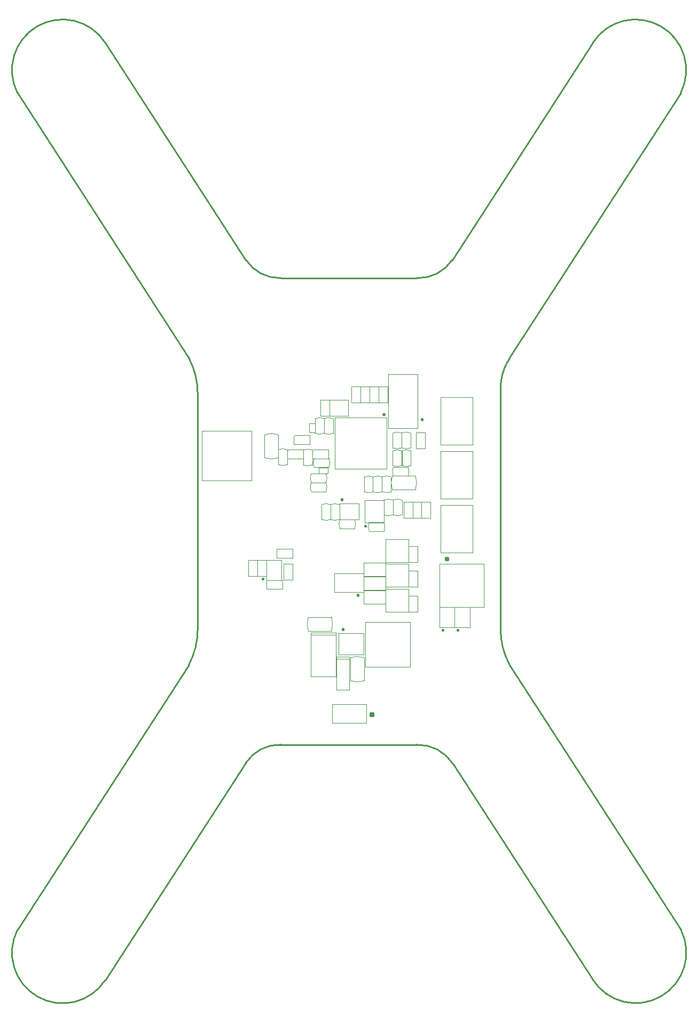
<source format=gto>
G04 Layer_Color=65535*
%FSLAX44Y44*%
%MOMM*%
G71*
G01*
G75*
%ADD41C,0.3000*%
%ADD43C,0.2540*%
%ADD69C,0.1000*%
%ADD70C,0.4000*%
D41*
X1025000Y1567500D02*
Y1566334D01*
X1023834D01*
Y1567500D01*
X1025000D01*
X1159250Y1511000D02*
X1158084D01*
Y1512166D01*
X1159250D01*
Y1511000D01*
X1183250D02*
X1182084D01*
Y1512166D01*
X1183250D01*
Y1511000D01*
X1064750Y1854000D02*
X1065916D01*
Y1852834D01*
X1064750D01*
Y1854000D01*
X1126750Y1845000D02*
X1125584D01*
Y1846166D01*
X1126750D01*
Y1845000D01*
X874000Y1592000D02*
X872834D01*
Y1593166D01*
X874000D01*
Y1592000D01*
X999250Y1718000D02*
X998084D01*
Y1719166D01*
X999250D01*
Y1718000D01*
X1037000Y1676000D02*
X1035834D01*
Y1677166D01*
X1037000D01*
Y1676000D01*
X1000000Y1512000D02*
Y1513166D01*
X1001166D01*
Y1512000D01*
X1000000D01*
D43*
X1397000Y956750D02*
G03*
X1536000Y1036750I67341J43750D01*
G01*
X1174358Y1300137D02*
G03*
X1117036Y1329989I-55160J-35956D01*
G01*
X1250250Y1513011D02*
G03*
X1264360Y1456924I118485J-12D01*
G01*
X484266Y1036525D02*
G03*
X623266Y956525I71658J-36250D01*
G01*
X901797Y1330073D02*
G03*
X846366Y1301205I-2091J-63639D01*
G01*
X755906Y1456698D02*
G03*
X770016Y1512786I-104375J56076D01*
G01*
X1535750Y2363500D02*
G03*
X1396750Y2443500I-71658J36250D01*
G01*
X1118000Y2070000D02*
G03*
X1173721Y2099019I2102J63971D01*
G01*
X1260856Y1936902D02*
G03*
X1250250Y1894741I78458J-42152D01*
G01*
X770000Y1887238D02*
G03*
X755890Y1943326I-118485J12D01*
G01*
X846279Y2099019D02*
G03*
X902000Y2070000I53619J34952D01*
G01*
X623250Y2443500D02*
G03*
X484250Y2363500I-67341J-43750D01*
G01*
X1260636Y1937022D02*
X1265101Y1945332D01*
X899707Y1330025D02*
X1117036D01*
X1250250Y1513011D02*
Y1894750D01*
X770016Y1513250D02*
Y1887238D01*
X770000Y1513250D02*
X770016D01*
X770000Y1887238D02*
X770016D01*
X902000Y2070000D02*
X1118000D01*
X1174741Y1300131D02*
X1397000Y956750D01*
X1265351Y1454918D02*
X1536000Y1036750D01*
X1264293Y1456887D02*
X1265351Y1454918D01*
X623266Y956525D02*
X846254Y1301032D01*
X484266Y1036525D02*
X754915Y1454692D01*
X755973Y1456661D01*
X1173762Y2098992D02*
X1396750Y2443500D01*
X1265101Y1945332D02*
X1535750Y2363500D01*
X754899Y1945332D02*
X755957Y1943363D01*
X484250Y2363500D02*
X754899Y1945332D01*
X623250Y2443500D02*
X846238Y2098992D01*
D69*
X1048000Y1754500D02*
G03*
X1033750Y1754500I-7125J-16166D01*
G01*
Y1731000D02*
G03*
X1048000Y1731000I7125J16166D01*
G01*
X970750Y1823750D02*
G03*
X985000Y1823750I7125J16166D01*
G01*
Y1847250D02*
G03*
X970750Y1847250I-7125J-16166D01*
G01*
X956500Y1823750D02*
G03*
X970750Y1823750I7125J16166D01*
G01*
Y1847250D02*
G03*
X956500Y1847250I-7125J-16166D01*
G01*
X978250Y1769750D02*
G03*
X978250Y1784000I-16166J7125D01*
G01*
X954750D02*
G03*
X954750Y1769750I16166J-7125D01*
G01*
X973500Y1731500D02*
G03*
X973500Y1745750I-16166J7125D01*
G01*
X950000D02*
G03*
X950000Y1731500I16166J-7125D01*
G01*
X973500Y1745750D02*
G03*
X973500Y1760000I-16166J7125D01*
G01*
X950000D02*
G03*
X950000Y1745750I16166J-7125D01*
G01*
X1048000Y1731000D02*
G03*
X1062250Y1731000I7125J16166D01*
G01*
Y1754500D02*
G03*
X1048000Y1754500I-7125J-16166D01*
G01*
X1062250Y1731250D02*
G03*
X1076500Y1731250I7125J16166D01*
G01*
Y1754750D02*
G03*
X1062250Y1754750I-7125J-16166D01*
G01*
X1115250Y1734250D02*
G03*
X1115250Y1756250I-29250J11000D01*
G01*
X1078750D02*
G03*
X1078750Y1734250I29250J-11000D01*
G01*
X1103500Y1756250D02*
G03*
X1103500Y1770500I-16166J7125D01*
G01*
X1080000D02*
G03*
X1080000Y1756250I16166J-7125D01*
G01*
X1093750Y1772500D02*
G03*
X1108000Y1772500I7125J16166D01*
G01*
Y1796000D02*
G03*
X1093750Y1796000I-7125J-16166D01*
G01*
X1079250Y1772500D02*
G03*
X1093500Y1772500I7125J16166D01*
G01*
Y1796000D02*
G03*
X1079250Y1796000I-7125J-16166D01*
G01*
X1107750Y1824250D02*
G03*
X1093500Y1824250I-7125J-16166D01*
G01*
Y1800750D02*
G03*
X1107750Y1800750I7125J16166D01*
G01*
X1093500Y1824250D02*
G03*
X1079250Y1824250I-7125J-16166D01*
G01*
Y1800750D02*
G03*
X1093500Y1800750I7125J16166D01*
G01*
X897750Y1774250D02*
G03*
X912000Y1774250I7125J16166D01*
G01*
Y1797750D02*
G03*
X897750Y1797750I-7125J-16166D01*
G01*
X951750Y1797250D02*
G03*
X937500Y1797250I-7125J-16166D01*
G01*
Y1773750D02*
G03*
X951750Y1773750I7125J16166D01*
G01*
X897750Y1821500D02*
G03*
X875750Y1821500I-11000J-29250D01*
G01*
Y1785000D02*
G03*
X897750Y1785000I11000J29250D01*
G01*
X995500Y1687250D02*
G03*
X995500Y1673000I16166J-7125D01*
G01*
X1019000D02*
G03*
X1019000Y1687250I-16166J7125D01*
G01*
X966500D02*
G03*
X980750Y1687250I7125J16166D01*
G01*
Y1710750D02*
G03*
X966500Y1710750I-7125J-16166D01*
G01*
X980500Y1687250D02*
G03*
X994750Y1687250I7125J16166D01*
G01*
Y1710750D02*
G03*
X980500Y1710750I-7125J-16166D01*
G01*
X1065500Y1668250D02*
G03*
X1065500Y1682500I-16166J7125D01*
G01*
X1042000D02*
G03*
X1042000Y1668250I16166J-7125D01*
G01*
X1094000Y1718000D02*
G03*
X1079750Y1718000I-7125J-16166D01*
G01*
Y1694500D02*
G03*
X1094000Y1694500I7125J16166D01*
G01*
X1079500Y1718000D02*
G03*
X1065250Y1718000I-7125J-16166D01*
G01*
Y1694500D02*
G03*
X1079500Y1694500I7125J16166D01*
G01*
X1012000Y1431500D02*
G03*
X1034000Y1431500I11000J29250D01*
G01*
Y1468000D02*
G03*
X1012000Y1468000I-11000J-29250D01*
G01*
X982000Y1510500D02*
G03*
X982000Y1532500I-29250J11000D01*
G01*
X945500D02*
G03*
X945500Y1510500I29250J-11000D01*
G01*
X986750Y1572250D02*
Y1602000D01*
X1033000D01*
X1033250Y1572000D02*
Y1602000D01*
X986750Y1572000D02*
X1033250D01*
X1153500Y1516250D02*
X1177500D01*
Y1548250D01*
X1153500D02*
X1177500D01*
X1153500Y1516250D02*
Y1548250D01*
X1177500Y1516250D02*
X1201500D01*
Y1548250D01*
X1177500D02*
X1201500D01*
X1177500Y1516250D02*
Y1548250D01*
X987750Y1767250D02*
Y1848750D01*
Y1767250D02*
X1069000D01*
X1069250D02*
Y1821000D01*
X987750Y1848750D02*
X1069250D01*
Y1821000D02*
Y1848750D01*
X1205500Y1690500D02*
Y1709750D01*
X1155000D02*
X1205500D01*
Y1634250D02*
Y1690500D01*
X1155000Y1634250D02*
X1205500D01*
X1155000D02*
Y1709750D01*
X777000Y1749000D02*
Y1827500D01*
Y1749000D02*
X855500D01*
X777000Y1827500D02*
X855500D01*
Y1749000D02*
Y1827500D01*
X878750Y1597500D02*
Y1623000D01*
X864500Y1597500D02*
Y1623000D01*
X878750D01*
X864500Y1597500D02*
X878750D01*
X978750Y1851000D02*
Y1876500D01*
Y1851000D02*
X1004500D01*
X978750Y1876500D02*
X988000D01*
X1004500Y1851000D02*
X1008250D01*
X988000Y1876500D02*
X1008250D01*
Y1851000D02*
Y1876250D01*
X1072250Y1831500D02*
Y1917000D01*
Y1831500D02*
X1118750D01*
X1072250Y1917000D02*
X1118750D01*
Y1831500D02*
Y1917000D01*
X879000Y1591000D02*
X903000D01*
Y1623000D01*
X879000D02*
X903000D01*
X879000Y1591000D02*
Y1623000D01*
X1068000Y1540250D02*
Y1576750D01*
Y1540250D02*
X1104500D01*
X1068000Y1576750D02*
X1104500D01*
Y1540250D02*
Y1576750D01*
X1068000Y1619250D02*
Y1655750D01*
Y1619250D02*
X1104500D01*
X1068000Y1655750D02*
X1104500D01*
Y1619250D02*
Y1655750D01*
X1068000Y1580250D02*
Y1616750D01*
Y1580250D02*
X1104500D01*
X1068000Y1616750D02*
X1104500D01*
Y1580250D02*
Y1616750D01*
X994750Y1712750D02*
X1025250D01*
Y1687250D02*
Y1712750D01*
X994750Y1694750D02*
Y1712750D01*
Y1687250D02*
X1025250D01*
X994750D02*
Y1694750D01*
X1034750Y1682250D02*
X1065250D01*
X1034750D02*
Y1717750D01*
X1065250Y1682250D02*
Y1717750D01*
X1034750D02*
X1065250D01*
X993000Y1472500D02*
X1033000D01*
Y1506500D01*
X993000Y1472500D02*
Y1506500D01*
X1033000D01*
X978750Y1851000D02*
Y1876500D01*
X964500Y1851000D02*
Y1876500D01*
X978750D01*
X964500Y1851000D02*
X978750D01*
X879000Y1591000D02*
X904500D01*
X879000Y1576750D02*
X904500D01*
X879000D02*
Y1591000D01*
X904500Y1576750D02*
Y1591000D01*
X895250Y1626000D02*
X920750D01*
X895250Y1640250D02*
X920750D01*
Y1626000D02*
Y1640250D01*
X895250Y1626000D02*
Y1640250D01*
X850250Y1597500D02*
Y1623000D01*
X864500Y1597500D02*
Y1623000D01*
X850250Y1597500D02*
X864500D01*
X850250Y1623000D02*
X864500D01*
X906000Y1591250D02*
Y1616750D01*
X920250Y1591250D02*
Y1616750D01*
X906000Y1591250D02*
X920250D01*
X906000Y1616750D02*
X920250D01*
X1104500Y1540250D02*
Y1565750D01*
X1118750Y1540250D02*
Y1565750D01*
X1104500Y1540250D02*
X1118750D01*
X1104500Y1565750D02*
X1118750D01*
X1104500Y1619250D02*
Y1644750D01*
X1118750Y1619250D02*
Y1644750D01*
X1104500Y1619250D02*
X1118750D01*
X1104500Y1644750D02*
X1118750D01*
X1104500Y1580250D02*
Y1605750D01*
X1118750Y1580250D02*
Y1605750D01*
X1104500Y1580250D02*
X1118750D01*
X1104500Y1605750D02*
X1118750D01*
X1125000Y1689750D02*
Y1715250D01*
X1139250Y1689750D02*
Y1715250D01*
X1125000Y1689750D02*
X1139250D01*
X1125000Y1715250D02*
X1139250D01*
X1096500Y1689750D02*
Y1715250D01*
X1110750Y1689750D02*
Y1715250D01*
X1096500Y1689750D02*
X1110750D01*
X1096500Y1715250D02*
X1110750D01*
X1110750Y1689750D02*
Y1715250D01*
X1125000Y1689750D02*
Y1715250D01*
X1110750Y1689750D02*
X1125000D01*
X1110750Y1715250D02*
X1125000D01*
X1067750Y1553750D02*
Y1574250D01*
X1033250Y1553750D02*
X1067750D01*
X1033250D02*
Y1574250D01*
X1067750D01*
Y1597750D02*
Y1618250D01*
X1033250Y1597750D02*
X1067750D01*
X1033250D02*
Y1618250D01*
X1067750D01*
Y1575750D02*
Y1596250D01*
X1033250Y1575750D02*
X1067750D01*
X1033250D02*
Y1596250D01*
X1067750D01*
X956500Y1830875D02*
Y1839625D01*
X947000D02*
X956500D01*
X947000Y1829875D02*
Y1839625D01*
X956500Y1824875D02*
Y1830875D01*
X948375Y1824875D02*
X956500D01*
X947000Y1826250D02*
X948375Y1824875D01*
X947000Y1826250D02*
Y1829875D01*
X961875Y1769500D02*
X970625D01*
X961875Y1760000D02*
Y1769500D01*
Y1760000D02*
X971625D01*
X970625Y1769500D02*
X976625D01*
Y1761375D02*
Y1769500D01*
X975250Y1760000D02*
X976625Y1761375D01*
X971625Y1760000D02*
X975250D01*
X937500Y1783750D02*
Y1798000D01*
X912000Y1783750D02*
X937500D01*
X912000D02*
Y1795898D01*
X914102Y1798000D01*
X937500D01*
X947500Y1806250D02*
Y1820500D01*
X922000Y1806250D02*
X947500D01*
X922000D02*
Y1818398D01*
X924102Y1820500D01*
X947500D01*
X1035500Y1453500D02*
X1106500D01*
X1035500D02*
Y1524250D01*
Y1524500D02*
X1106500D01*
Y1453500D02*
Y1524500D01*
X1153500Y1617249D02*
X1224000D01*
Y1548249D02*
Y1617249D01*
X1153500Y1548249D02*
X1224000D01*
X1153500D02*
Y1617249D01*
X949000Y1438500D02*
X989000D01*
X949000D02*
Y1504500D01*
X989000Y1438500D02*
Y1504500D01*
X949000D02*
X989000D01*
Y1508000D01*
X949000D02*
X989000D01*
X949000Y1504500D02*
Y1508000D01*
X1010748Y1466250D02*
Y1469248D01*
X990248Y1466250D02*
Y1469248D01*
X990250Y1469250D02*
X1010750D01*
X990248Y1466250D02*
X1010748D01*
Y1416750D02*
Y1466250D01*
X990248Y1416750D02*
Y1466250D01*
Y1416750D02*
X1010748D01*
X1033750Y1731000D02*
Y1754500D01*
X1048000Y1731000D02*
Y1754500D01*
X985000Y1823750D02*
Y1847250D01*
X970750Y1823750D02*
Y1847250D01*
X970750Y1823750D02*
Y1847250D01*
X956500Y1823750D02*
Y1847250D01*
X954750Y1784000D02*
X978250D01*
X954750Y1769750D02*
X978250D01*
X950000Y1745750D02*
X973500D01*
X950000Y1731500D02*
X973500D01*
X950000Y1760000D02*
X973500D01*
X950000Y1745750D02*
X973500D01*
X1062250Y1731000D02*
Y1754500D01*
X1048000Y1731000D02*
Y1754500D01*
X1076500Y1731250D02*
Y1754750D01*
X1062250Y1731250D02*
Y1754750D01*
X1078750Y1734250D02*
X1115250D01*
X1078750Y1756250D02*
X1115250D01*
X1080000Y1770500D02*
X1103500D01*
X1080000Y1756250D02*
X1103500D01*
X1108000Y1772500D02*
Y1796000D01*
X1093750Y1772500D02*
Y1796000D01*
X1093500Y1772500D02*
Y1796000D01*
X1079250Y1772500D02*
Y1796000D01*
X1093500Y1800750D02*
Y1824250D01*
X1107750Y1800750D02*
Y1824250D01*
X1079250Y1800750D02*
Y1824250D01*
X1093500Y1800750D02*
Y1824250D01*
X912000Y1774250D02*
Y1797750D01*
X897750Y1774250D02*
Y1797750D01*
X937500Y1773750D02*
Y1797250D01*
X951750Y1773750D02*
Y1797250D01*
X897750Y1785000D02*
Y1821500D01*
X875750Y1785000D02*
Y1821500D01*
X995500Y1673000D02*
X1019000D01*
X995500Y1687250D02*
X1019000D01*
X980750D02*
Y1710750D01*
X966500Y1687250D02*
Y1710750D01*
X994750Y1687250D02*
Y1710750D01*
X980500Y1687250D02*
Y1710750D01*
X1042000Y1682500D02*
X1065500D01*
X1042000Y1668250D02*
X1065500D01*
X1079750Y1694500D02*
Y1718000D01*
X1094000Y1694500D02*
Y1718000D01*
X1065250Y1694500D02*
Y1718000D01*
X1079500Y1694500D02*
Y1718000D01*
X1012000Y1431500D02*
Y1468000D01*
X1034000Y1431500D02*
Y1468000D01*
X945500Y1510500D02*
X982000D01*
X945500Y1532500D02*
X982000D01*
X1205500Y1861500D02*
Y1880750D01*
X1155000D02*
X1205500D01*
Y1805250D02*
Y1861500D01*
X1155000Y1805250D02*
X1205500D01*
X1155000D02*
Y1880750D01*
X1205500Y1776500D02*
Y1795750D01*
X1155000D02*
X1205500D01*
Y1720250D02*
Y1776500D01*
X1155000Y1720250D02*
X1205500D01*
X1155000D02*
Y1795750D01*
X983000Y1364750D02*
Y1394500D01*
Y1364750D02*
X1037750D01*
X983000Y1394500D02*
X1037750D01*
Y1364750D02*
Y1394500D01*
X1116250Y1825250D02*
X1130500D01*
X1116250Y1799750D02*
X1130500D01*
Y1825250D01*
X1116250Y1799750D02*
Y1825250D01*
X953852Y1798250D02*
X977250D01*
X951750Y1796148D02*
X953852Y1798250D01*
X951750Y1784000D02*
Y1796148D01*
Y1784000D02*
X977250D01*
Y1798250D01*
X1056750Y1872500D02*
X1071000D01*
X1056750Y1898000D02*
X1071000D01*
X1056750Y1872500D02*
Y1898000D01*
X1071000Y1872500D02*
Y1898000D01*
X1014000Y1872500D02*
X1028250D01*
X1014000Y1898000D02*
X1028250D01*
X1014000Y1872500D02*
Y1898000D01*
X1028250Y1872500D02*
Y1898000D01*
X1042500Y1872500D02*
X1056750D01*
X1042500Y1898000D02*
X1056750D01*
X1042500Y1872500D02*
Y1898000D01*
X1056750Y1872500D02*
Y1898000D01*
X1028250Y1872500D02*
X1042500D01*
X1028250Y1898000D02*
X1042500D01*
X1028250Y1872500D02*
Y1898000D01*
X1042500Y1872500D02*
Y1898000D01*
D70*
X1163750Y1625750D02*
X1166249D01*
Y1623251D01*
X1163750D01*
Y1625750D01*
X1044250Y1376500D02*
Y1379832D01*
X1047582D01*
Y1376500D01*
X1044250D01*
M02*

</source>
